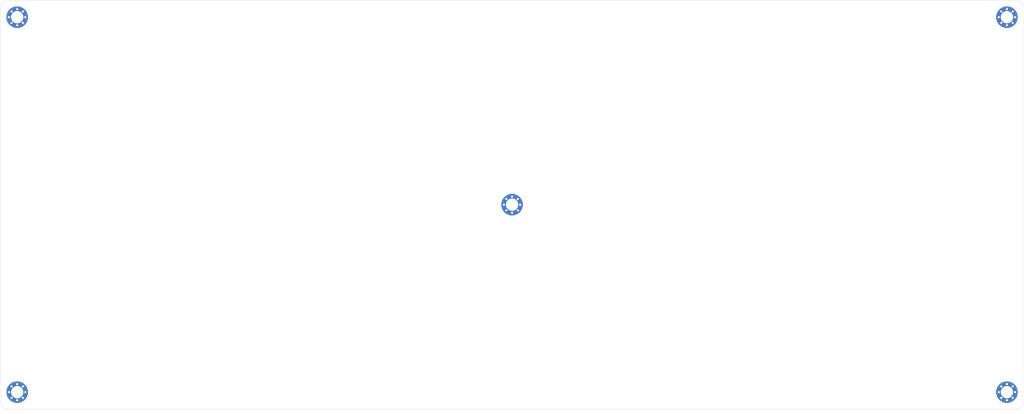
<source format=kicad_pcb>
(kicad_pcb (version 20171130) (host pcbnew "(5.1.4)-1")

  (general
    (thickness 1.6)
    (drawings 8)
    (tracks 0)
    (zones 0)
    (modules 5)
    (nets 1)
  )

  (page A4)
  (layers
    (0 F.Cu signal)
    (31 B.Cu signal)
    (32 B.Adhes user)
    (33 F.Adhes user)
    (34 B.Paste user)
    (35 F.Paste user)
    (36 B.SilkS user)
    (37 F.SilkS user)
    (38 B.Mask user)
    (39 F.Mask user)
    (40 Dwgs.User user)
    (41 Cmts.User user)
    (42 Eco1.User user)
    (43 Eco2.User user)
    (44 Edge.Cuts user)
    (45 Margin user)
    (46 B.CrtYd user)
    (47 F.CrtYd user)
    (48 B.Fab user)
    (49 F.Fab user)
  )

  (setup
    (last_trace_width 0.25)
    (trace_clearance 0.2)
    (zone_clearance 0.508)
    (zone_45_only no)
    (trace_min 0.2)
    (via_size 0.8)
    (via_drill 0.4)
    (via_min_size 0.4)
    (via_min_drill 0.3)
    (uvia_size 0.3)
    (uvia_drill 0.1)
    (uvias_allowed no)
    (uvia_min_size 0.2)
    (uvia_min_drill 0.1)
    (edge_width 0.05)
    (segment_width 0.2)
    (pcb_text_width 0.3)
    (pcb_text_size 1.5 1.5)
    (mod_edge_width 0.12)
    (mod_text_size 1 1)
    (mod_text_width 0.15)
    (pad_size 1.524 1.524)
    (pad_drill 0.762)
    (pad_to_mask_clearance 0.051)
    (solder_mask_min_width 0.25)
    (aux_axis_origin 0 0)
    (visible_elements 7FFFFFFF)
    (pcbplotparams
      (layerselection 0x010fc_ffffffff)
      (usegerberextensions false)
      (usegerberattributes false)
      (usegerberadvancedattributes false)
      (creategerberjobfile false)
      (excludeedgelayer true)
      (linewidth 0.100000)
      (plotframeref false)
      (viasonmask false)
      (mode 1)
      (useauxorigin false)
      (hpglpennumber 1)
      (hpglpenspeed 20)
      (hpglpendiameter 15.000000)
      (psnegative false)
      (psa4output false)
      (plotreference true)
      (plotvalue true)
      (plotinvisibletext false)
      (padsonsilk false)
      (subtractmaskfromsilk false)
      (outputformat 1)
      (mirror false)
      (drillshape 0)
      (scaleselection 1)
      (outputdirectory "gerbies/bottom/"))
  )

  (net 0 "")

  (net_class Default "This is the default net class."
    (clearance 0.2)
    (trace_width 0.25)
    (via_dia 0.8)
    (via_drill 0.4)
    (uvia_dia 0.3)
    (uvia_drill 0.1)
  )

  (module kbd:M2_HOLE_v3 (layer F.Cu) (tedit 5F96E357) (tstamp 5F973C4E)
    (at 114.3 55.5625)
    (descr "Mounting Hole 2.2mm, no annular, M2")
    (tags "mounting hole 2.2mm no annular m2")
    (attr virtual)
    (fp_text reference Ref** (at 0 -3.2) (layer F.SilkS) hide
      (effects (font (size 1 1) (thickness 0.15)))
    )
    (fp_text value Val** (at 0 3.2) (layer F.Fab)
      (effects (font (size 1 1) (thickness 0.15)))
    )
    (fp_circle (center 0 0) (end 2.45 0) (layer F.CrtYd) (width 0.05))
    (fp_circle (center 0 0) (end 2.2 0) (layer Cmts.User) (width 0.15))
    (fp_text user %R (at 0.3 0) (layer F.Fab)
      (effects (font (size 1 1) (thickness 0.15)))
    )
    (pad 1 thru_hole circle (at 1.06 -1.06) (size 0.5 0.5) (drill 0.4) (layers *.Cu *.Mask))
    (pad 1 thru_hole circle (at -1.06 -1.06) (size 0.5 0.5) (drill 0.4) (layers *.Cu *.Mask))
    (pad 1 thru_hole circle (at -1.06 1.06) (size 0.5 0.5) (drill 0.4) (layers *.Cu *.Mask))
    (pad 1 thru_hole circle (at 1.06 1.06) (size 0.5 0.5) (drill 0.4) (layers *.Cu *.Mask))
    (pad 1 thru_hole circle (at 0 -1.5) (size 0.5 0.5) (drill 0.4) (layers *.Cu *.Mask))
    (pad 1 thru_hole circle (at 0 1.5) (size 0.5 0.5) (drill 0.4) (layers *.Cu *.Mask))
    (pad 1 thru_hole circle (at -1.5 0) (size 0.5 0.5) (drill 0.4) (layers *.Cu *.Mask))
    (pad 1 thru_hole circle (at 1.5 0) (size 0.5 0.5) (drill 0.4) (layers *.Cu *.Mask))
    (pad 1 thru_hole circle (at 0 0) (size 4 4) (drill 2.3) (layers *.Cu *.Mask))
  )

  (module kbd:M2_HOLE_v3 (layer F.Cu) (tedit 5F96E357) (tstamp 5F973C11)
    (at 206.375 90.4875)
    (descr "Mounting Hole 2.2mm, no annular, M2")
    (tags "mounting hole 2.2mm no annular m2")
    (attr virtual)
    (fp_text reference Ref** (at 0 -3.2) (layer F.SilkS) hide
      (effects (font (size 1 1) (thickness 0.15)))
    )
    (fp_text value Val** (at 0 3.2) (layer F.Fab)
      (effects (font (size 1 1) (thickness 0.15)))
    )
    (fp_circle (center 0 0) (end 2.45 0) (layer F.CrtYd) (width 0.05))
    (fp_circle (center 0 0) (end 2.2 0) (layer Cmts.User) (width 0.15))
    (fp_text user %R (at 0.3 0) (layer F.Fab)
      (effects (font (size 1 1) (thickness 0.15)))
    )
    (pad 1 thru_hole circle (at 1.06 -1.06) (size 0.5 0.5) (drill 0.4) (layers *.Cu *.Mask))
    (pad 1 thru_hole circle (at -1.06 -1.06) (size 0.5 0.5) (drill 0.4) (layers *.Cu *.Mask))
    (pad 1 thru_hole circle (at -1.06 1.06) (size 0.5 0.5) (drill 0.4) (layers *.Cu *.Mask))
    (pad 1 thru_hole circle (at 1.06 1.06) (size 0.5 0.5) (drill 0.4) (layers *.Cu *.Mask))
    (pad 1 thru_hole circle (at 0 -1.5) (size 0.5 0.5) (drill 0.4) (layers *.Cu *.Mask))
    (pad 1 thru_hole circle (at 0 1.5) (size 0.5 0.5) (drill 0.4) (layers *.Cu *.Mask))
    (pad 1 thru_hole circle (at -1.5 0) (size 0.5 0.5) (drill 0.4) (layers *.Cu *.Mask))
    (pad 1 thru_hole circle (at 1.5 0) (size 0.5 0.5) (drill 0.4) (layers *.Cu *.Mask))
    (pad 1 thru_hole circle (at 0 0) (size 4 4) (drill 2.3) (layers *.Cu *.Mask))
  )

  (module kbd:M2_HOLE_v3 (layer F.Cu) (tedit 5F96E357) (tstamp 5F973BD4)
    (at 206.375 20.6375)
    (descr "Mounting Hole 2.2mm, no annular, M2")
    (tags "mounting hole 2.2mm no annular m2")
    (attr virtual)
    (fp_text reference Ref** (at 0 -3.2) (layer F.SilkS) hide
      (effects (font (size 1 1) (thickness 0.15)))
    )
    (fp_text value Val** (at 0 3.2) (layer F.Fab)
      (effects (font (size 1 1) (thickness 0.15)))
    )
    (fp_circle (center 0 0) (end 2.45 0) (layer F.CrtYd) (width 0.05))
    (fp_circle (center 0 0) (end 2.2 0) (layer Cmts.User) (width 0.15))
    (fp_text user %R (at 0.3 0) (layer F.Fab)
      (effects (font (size 1 1) (thickness 0.15)))
    )
    (pad 1 thru_hole circle (at 1.06 -1.06) (size 0.5 0.5) (drill 0.4) (layers *.Cu *.Mask))
    (pad 1 thru_hole circle (at -1.06 -1.06) (size 0.5 0.5) (drill 0.4) (layers *.Cu *.Mask))
    (pad 1 thru_hole circle (at -1.06 1.06) (size 0.5 0.5) (drill 0.4) (layers *.Cu *.Mask))
    (pad 1 thru_hole circle (at 1.06 1.06) (size 0.5 0.5) (drill 0.4) (layers *.Cu *.Mask))
    (pad 1 thru_hole circle (at 0 -1.5) (size 0.5 0.5) (drill 0.4) (layers *.Cu *.Mask))
    (pad 1 thru_hole circle (at 0 1.5) (size 0.5 0.5) (drill 0.4) (layers *.Cu *.Mask))
    (pad 1 thru_hole circle (at -1.5 0) (size 0.5 0.5) (drill 0.4) (layers *.Cu *.Mask))
    (pad 1 thru_hole circle (at 1.5 0) (size 0.5 0.5) (drill 0.4) (layers *.Cu *.Mask))
    (pad 1 thru_hole circle (at 0 0) (size 4 4) (drill 2.3) (layers *.Cu *.Mask))
  )

  (module kbd:M2_HOLE_v3 (layer F.Cu) (tedit 5F96E357) (tstamp 5F973B97)
    (at 22.225 20.6375)
    (descr "Mounting Hole 2.2mm, no annular, M2")
    (tags "mounting hole 2.2mm no annular m2")
    (attr virtual)
    (fp_text reference Ref** (at 0 -3.2) (layer F.SilkS) hide
      (effects (font (size 1 1) (thickness 0.15)))
    )
    (fp_text value Val** (at 0 3.2) (layer F.Fab)
      (effects (font (size 1 1) (thickness 0.15)))
    )
    (fp_circle (center 0 0) (end 2.45 0) (layer F.CrtYd) (width 0.05))
    (fp_circle (center 0 0) (end 2.2 0) (layer Cmts.User) (width 0.15))
    (fp_text user %R (at 0.3 0) (layer F.Fab)
      (effects (font (size 1 1) (thickness 0.15)))
    )
    (pad 1 thru_hole circle (at 1.06 -1.06) (size 0.5 0.5) (drill 0.4) (layers *.Cu *.Mask))
    (pad 1 thru_hole circle (at -1.06 -1.06) (size 0.5 0.5) (drill 0.4) (layers *.Cu *.Mask))
    (pad 1 thru_hole circle (at -1.06 1.06) (size 0.5 0.5) (drill 0.4) (layers *.Cu *.Mask))
    (pad 1 thru_hole circle (at 1.06 1.06) (size 0.5 0.5) (drill 0.4) (layers *.Cu *.Mask))
    (pad 1 thru_hole circle (at 0 -1.5) (size 0.5 0.5) (drill 0.4) (layers *.Cu *.Mask))
    (pad 1 thru_hole circle (at 0 1.5) (size 0.5 0.5) (drill 0.4) (layers *.Cu *.Mask))
    (pad 1 thru_hole circle (at -1.5 0) (size 0.5 0.5) (drill 0.4) (layers *.Cu *.Mask))
    (pad 1 thru_hole circle (at 1.5 0) (size 0.5 0.5) (drill 0.4) (layers *.Cu *.Mask))
    (pad 1 thru_hole circle (at 0 0) (size 4 4) (drill 2.3) (layers *.Cu *.Mask))
  )

  (module kbd:M2_HOLE_v3 (layer F.Cu) (tedit 5F96E357) (tstamp 5F973B5A)
    (at 22.225 90.4875)
    (descr "Mounting Hole 2.2mm, no annular, M2")
    (tags "mounting hole 2.2mm no annular m2")
    (attr virtual)
    (fp_text reference Ref** (at 0 -3.2) (layer F.SilkS) hide
      (effects (font (size 1 1) (thickness 0.15)))
    )
    (fp_text value Val** (at 0 3.2) (layer F.Fab)
      (effects (font (size 1 1) (thickness 0.15)))
    )
    (fp_circle (center 0 0) (end 2.45 0) (layer F.CrtYd) (width 0.05))
    (fp_circle (center 0 0) (end 2.2 0) (layer Cmts.User) (width 0.15))
    (fp_text user %R (at 0.3 0) (layer F.Fab)
      (effects (font (size 1 1) (thickness 0.15)))
    )
    (pad 1 thru_hole circle (at 1.06 -1.06) (size 0.5 0.5) (drill 0.4) (layers *.Cu *.Mask))
    (pad 1 thru_hole circle (at -1.06 -1.06) (size 0.5 0.5) (drill 0.4) (layers *.Cu *.Mask))
    (pad 1 thru_hole circle (at -1.06 1.06) (size 0.5 0.5) (drill 0.4) (layers *.Cu *.Mask))
    (pad 1 thru_hole circle (at 1.06 1.06) (size 0.5 0.5) (drill 0.4) (layers *.Cu *.Mask))
    (pad 1 thru_hole circle (at 0 -1.5) (size 0.5 0.5) (drill 0.4) (layers *.Cu *.Mask))
    (pad 1 thru_hole circle (at 0 1.5) (size 0.5 0.5) (drill 0.4) (layers *.Cu *.Mask))
    (pad 1 thru_hole circle (at -1.5 0) (size 0.5 0.5) (drill 0.4) (layers *.Cu *.Mask))
    (pad 1 thru_hole circle (at 1.5 0) (size 0.5 0.5) (drill 0.4) (layers *.Cu *.Mask))
    (pad 1 thru_hole circle (at 0 0) (size 4 4) (drill 2.3) (layers *.Cu *.Mask))
  )

  (gr_line (start 207.9625 17.4625) (end 20.6375 17.4625) (layer Edge.Cuts) (width 0.05) (tstamp 5F983E86))
  (gr_line (start 209.55 92.075) (end 209.55 19.05) (layer Edge.Cuts) (width 0.05) (tstamp 5F983E85))
  (gr_line (start 20.6375 93.6625) (end 207.9625 93.6625) (layer Edge.Cuts) (width 0.05) (tstamp 5F983E84))
  (gr_line (start 19.05 19.05) (end 19.05 92.075) (layer Edge.Cuts) (width 0.05) (tstamp 5F983E83))
  (gr_arc (start 20.6375 19.05) (end 20.6375 17.4625) (angle -90) (layer Edge.Cuts) (width 0.05))
  (gr_arc (start 207.9625 19.05) (end 209.55 19.05) (angle -90) (layer Edge.Cuts) (width 0.05))
  (gr_arc (start 207.9625 92.075) (end 207.9625 93.6625) (angle -90) (layer Edge.Cuts) (width 0.05))
  (gr_arc (start 20.6375 92.075) (end 19.05 92.075) (angle -90) (layer Edge.Cuts) (width 0.05))

)

</source>
